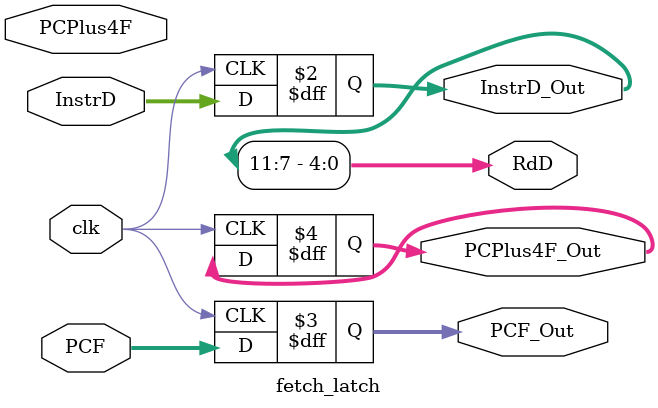
<source format=sv>
module fetch_latch #(
    parameter ADDRESS_WIDTH = 5,
              DATA_WIDTH = 32,
              A0_ADDRESS=5'b01010,
              A1_ADDRESS=5'b01011,
              T1_ADDRESS=5'b00110,
              T2_ADDRESS=5'b00111

)(
  
     
    input logic [DATA_WIDTH-1:0]     InstrD,    
    input logic [DATA_WIDTH-1:0]     PCF,
    input logic [DATA_WIDTH-1:0]     PCPlus4F,
    output logic [DATA_WIDTH-1:0]    InstrD_Out,    
    output logic [DATA_WIDTH-1:0]    PCF_Out,
    output logic [DATA_WIDTH-1:0]    PCPlus4F_Out,
    output logic [4:0]               RdD,

    input logic                      clk

); 

always_ff @ (posedge clk)
    begin
        InstrD_Out<=InstrD;
        PCF_Out<=PCF;
        PCPlus4F_Out<=PCPlus4F_Out;


    end

assign RdD=InstrD_Out[11:7];

endmodule

</source>
